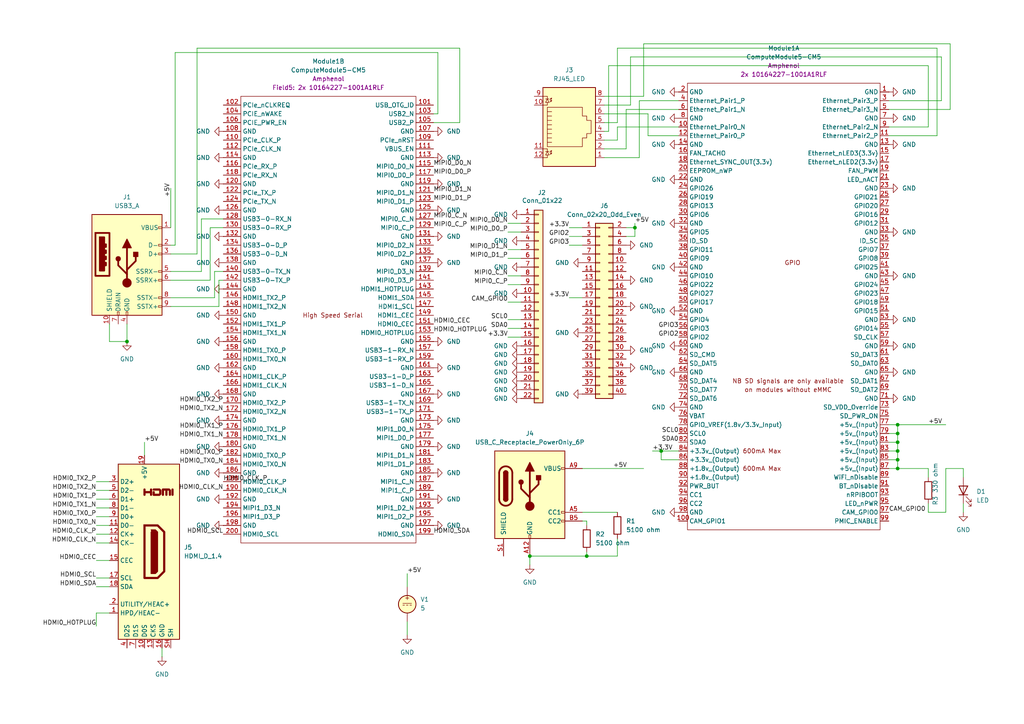
<source format=kicad_sch>
(kicad_sch (version 20250114) (generator "eeschema") (generator_version "9.0")
  (paper "A4")
  (title_block (title "RPi5 Circular Design") (date "2026-02-16") (rev "1") (company "Dussat Global Technologies") (comment 1 "Sargunjit Singh Bedi"))
  (lib_symbols
    (symbol "CM5IO:ComputeModule5-CM5"
      (property "Reference" "Module" (at 113.03 -68.58 0))
      (property "Value" "ComputeModule5-CM5" (at 140.97 2.54 0))
      (property "Field4" "Amphenol" (at 0 0 0))
      (property "Field5" "2x 10164227-1001A1RLF" (at 0 -2.54 0))
      (symbol "ComputeModule5-CM5_1_0"
        (text "GPIO" (at 0 6.35 0) (effects (font (size 1.27 1.27))))
      )
      (symbol "ComputeModule5-CM5_1_1"
        (text "600mA Max" (at -8.89 -48.26 0) (effects (font (size 1.27 1.27))))
        (text "600mA Max" (at -8.89 -53.34 0) (effects (font (size 1.27 1.27))))
        (text "NB SD signals are only available" (at -1.27 -27.94 0) (effects (font (size 1.27 1.27))))
        (text "on modules without eMMC" (at -1.27 -30.48 0) (effects (font (size 1.27 1.27))))
        (pin power_in line (at -33.02 55.88 0) (length 2.54) (name "GND") (number "2"))
        (pin passive line (at -33.02 53.34 0) (length 2.54) (name "Ethernet_Pair1_P") (number "4"))
        (pin passive line (at -33.02 50.8 0) (length 2.54) (name "Ethernet_Pair1_N") (number "6"))
        (pin power_in line (at -33.02 48.26 0) (length 2.54) (name "GND") (number "8"))
        (pin passive line (at -33.02 45.72 0) (length 2.54) (name "Ethernet_Pair0_N") (number "10"))
        (pin passive line (at -33.02 43.18 0) (length 2.54) (name "Ethernet_Pair0_P") (number "12"))
        (pin power_in line (at -33.02 40.64 0) (length 2.54) (name "GND") (number "14"))
        (pin input line (at -33.02 38.1 0) (length 2.54) (name "FAN_TACHO") (number "16"))
        (pin input line (at -33.02 35.56 0) (length 2.54) (name "Ethernet_SYNC_OUT(3.3v)") (number "18"))
        (pin passive line (at -33.02 33.02 0) (length 2.54) (name "EEPROM_nWP") (number "20"))
        (pin power_in line (at -33.02 30.48 0) (length 2.54) (name "GND") (number "22"))
        (pin passive line (at -33.02 27.94 0) (length 2.54) (name "GPIO26") (number "24"))
        (pin passive line (at -33.02 25.4 0) (length 2.54) (name "GPIO19") (number "26"))
        (pin passive line (at -33.02 22.86 0) (length 2.54) (name "GPIO13") (number "28"))
        (pin passive line (at -33.02 20.32 0) (length 2.54) (name "GPIO6") (number "30"))
        (pin power_in line (at -33.02 17.78 0) (length 2.54) (name "GND") (number "32"))
        (pin passive line (at -33.02 15.24 0) (length 2.54) (name "GPIO5") (number "34"))
        (pin passive line (at -33.02 12.7 0) (length 2.54) (name "ID_SD") (number "36"))
        (pin passive line (at -33.02 10.16 0) (length 2.54) (name "GPIO11") (number "38"))
        (pin passive line (at -33.02 7.62 0) (length 2.54) (name "GPIO9") (number "40"))
        (pin power_in line (at -33.02 5.08 0) (length 2.54) (name "GND") (number "42"))
        (pin passive line (at -33.02 2.54 0) (length 2.54) (name "GPIO10") (number "44"))
        (pin passive line (at -33.02 0 0) (length 2.54) (name "GPIO22") (number "46"))
        (pin passive line (at -33.02 -2.54 0) (length 2.54) (name "GPIO27") (number "48"))
        (pin passive line (at -33.02 -5.08 0) (length 2.54) (name "GPIO17") (number "50"))
        (pin power_in line (at -33.02 -7.62 0) (length 2.54) (name "GND") (number "52"))
        (pin passive line (at -33.02 -10.16 0) (length 2.54) (name "GPIO4") (number "54"))
        (pin passive line (at -33.02 -12.7 0) (length 2.54) (name "GPIO3") (number "56"))
        (pin passive line (at -33.02 -15.24 0) (length 2.54) (name "GPIO2") (number "58"))
        (pin power_in line (at -33.02 -17.78 0) (length 2.54) (name "GND") (number "60"))
        (pin passive line (at -33.02 -20.32 0) (length 2.54) (name "SD_CMD") (number "62"))
        (pin passive line (at -33.02 -22.86 0) (length 2.54) (name "SD_DAT5") (number "64"))
        (pin power_in line (at -33.02 -25.4 0) (length 2.54) (name "GND") (number "66"))
        (pin passive line (at -33.02 -27.94 0) (length 2.54) (name "SD_DAT4") (number "68"))
        (pin passive line (at -33.02 -30.48 0) (length 2.54) (name "SD_DAT7") (number "70"))
        (pin passive line (at -33.02 -33.02 0) (length 2.54) (name "SD_DAT6") (number "72"))
        (pin power_in line (at -33.02 -35.56 0) (length 2.54) (name "GND") (number "74"))
        (pin passive line (at -33.02 -38.1 0) (length 2.54) (name "VBAT") (number "76"))
        (pin power_in line (at -33.02 -40.64 0) (length 2.54) (name "GPIO_VREF(1.8v/3.3v_Input)") (number "78"))
        (pin passive line (at -33.02 -43.18 0) (length 2.54) (name "SCL0") (number "80"))
        (pin passive line (at -33.02 -45.72 0) (length 2.54) (name "SDA0") (number "82"))
        (pin power_out line (at -33.02 -48.26 0) (length 2.54) (name "+3.3v_(Output)") (number "84"))
        (pin passive line (at -33.02 -50.8 0) (length 2.54) (name "+3.3v_(Output)") (number "86"))
        (pin power_out line (at -33.02 -53.34 0) (length 2.54) (name "+1.8v_(Output)") (number "88"))
        (pin passive line (at -33.02 -55.88 0) (length 2.54) (name "+1.8v_(Output)") (number "90"))
        (pin passive line (at -33.02 -58.42 0) (length 2.54) (name "PWR_BUT") (number "92"))
        (pin passive line (at -33.02 -60.96 0) (length 2.54) (name "CC1") (number "94"))
        (pin passive line (at -33.02 -63.5 0) (length 2.54) (name "CC2") (number "96"))
        (pin power_in line (at -33.02 -66.04 0) (length 2.54) (name "GND") (number "98"))
        (pin passive line (at -33.02 -68.58 0) (length 2.54) (name "CAM_GPIO1") (number "100"))
        (pin power_in line (at 27.94 55.88 180) (length 2.54) (name "GND") (number "1"))
        (pin passive line (at 27.94 53.34 180) (length 2.54) (name "Ethernet_Pair3_P") (number "3"))
        (pin passive line (at 27.94 50.8 180) (length 2.54) (name "Ethernet_Pair3_N") (number "5"))
        (pin power_in line (at 27.94 48.26 180) (length 2.54) (name "GND") (number "7"))
        (pin passive line (at 27.94 45.72 180) (length 2.54) (name "Ethernet_Pair2_N") (number "9"))
        (pin passive line (at 27.94 43.18 180) (length 2.54) (name "Ethernet_Pair2_P") (number "11"))
        (pin power_in line (at 27.94 40.64 180) (length 2.54) (name "GND") (number "13"))
        (pin output line (at 27.94 38.1 180) (length 2.54) (name "Ethernet_nLED3(3.3v)") (number "15"))
        (pin output line (at 27.94 35.56 180) (length 2.54) (name "Ethernet_nLED2(3.3v)") (number "17"))
        (pin output line (at 27.94 33.02 180) (length 2.54) (name "FAN_PWM") (number "19"))
        (pin open_collector line (at 27.94 30.48 180) (length 2.54) (name "LED_nACT") (number "21"))
        (pin power_in line (at 27.94 27.94 180) (length 2.54) (name "GND") (number "23"))
        (pin passive line (at 27.94 25.4 180) (length 2.54) (name "GPIO21") (number "25"))
        (pin passive line (at 27.94 22.86 180) (length 2.54) (name "GPIO20") (number "27"))
        (pin passive line (at 27.94 20.32 180) (length 2.54) (name "GPIO16") (number "29"))
        (pin passive line (at 27.94 17.78 180) (length 2.54) (name "GPIO12") (number "31"))
        (pin power_in line (at 27.94 15.24 180) (length 2.54) (name "GND") (number "33"))
        (pin passive line (at 27.94 12.7 180) (length 2.54) (name "ID_SC") (number "35"))
        (pin passive line (at 27.94 10.16 180) (length 2.54) (name "GPIO7") (number "37"))
        (pin passive line (at 27.94 7.62 180) (length 2.54) (name "GPIO8") (number "39"))
        (pin passive line (at 27.94 5.08 180) (length 2.54) (name "GPIO25") (number "41"))
        (pin power_in line (at 27.94 2.54 180) (length 2.54) (name "GND") (number "43"))
        (pin passive line (at 27.94 0 180) (length 2.54) (name "GPIO24") (number "45"))
        (pin passive line (at 27.94 -2.54 180) (length 2.54) (name "GPIO23") (number "47"))
        (pin passive line (at 27.94 -5.08 180) (length 2.54) (name "GPIO18") (number "49"))
        (pin passive line (at 27.94 -7.62 180) (length 2.54) (name "GPIO15") (number "51"))
        (pin power_in line (at 27.94 -10.16 180) (length 2.54) (name "GND") (number "53"))
        (pin passive line (at 27.94 -12.7 180) (length 2.54) (name "GPIO14") (number "55"))
        (pin passive line (at 27.94 -15.24 180) (length 2.54) (name "SD_CLK") (number "57"))
        (pin power_in line (at 27.94 -17.78 180) (length 2.54) (name "GND") (number "59"))
        (pin passive line (at 27.94 -20.32 180) (length 2.54) (name "SD_DAT3") (number "61"))
        (pin passive line (at 27.94 -22.86 180) (length 2.54) (name "SD_DAT0") (number "63"))
        (pin power_in line (at 27.94 -25.4 180) (length 2.54) (name "GND") (number "65"))
        (pin passive line (at 27.94 -27.94 180) (length 2.54) (name "SD_DAT1") (number "67"))
        (pin passive line (at 27.94 -30.48 180) (length 2.54) (name "SD_DAT2") (number "69"))
        (pin power_in line (at 27.94 -33.02 180) (length 2.54) (name "GND") (number "71"))
        (pin input line (at 27.94 -35.56 180) (length 2.54) (name "SD_VDD_Override") (number "73"))
        (pin output line (at 27.94 -38.1 180) (length 2.54) (name "SD_PWR_ON") (number "75"))
        (pin power_in line (at 27.94 -40.64 180) (length 2.54) (name "+5v_(Input)") (number "77"))
        (pin power_in line (at 27.94 -43.18 180) (length 2.54) (name "+5v_(Input)") (number "79"))
        (pin power_in line (at 27.94 -45.72 180) (length 2.54) (name "+5v_(Input)") (number "81"))
        (pin power_in line (at 27.94 -48.26 180) (length 2.54) (name "+5v_(Input)") (number "83"))
        (pin power_in line (at 27.94 -50.8 180) (length 2.54) (name "+5v_(Input)") (number "85"))
        (pin power_in line (at 27.94 -53.34 180) (length 2.54) (name "+5v_(Input)") (number "87"))
        (pin input line (at 27.94 -55.88 180) (length 2.54) (name "WiFi_nDisable") (number "89"))
        (pin input line (at 27.94 -58.42 180) (length 2.54) (name "BT_nDisable") (number "91"))
        (pin input line (at 27.94 -60.96 180) (length 2.54) (name "nRPIBOOT") (number "93"))
        (pin output line (at 27.94 -63.5 180) (length 2.54) (name "LED_nPWR") (number "95"))
        (pin passive line (at 27.94 -66.04 180) (length 2.54) (name "CAM_GPIO0") (number "97"))
        (pin input line (at 27.94 -68.58 180) (length 2.54) (name "PMIC_ENABLE") (number "99"))
      )
      (symbol "ComputeModule5-CM5_2_1"
        (text "High Speed Serial" (at 140.97 0 0) (effects (font (size 1.27 1.27))))
        (pin input line (at 109.22 60.96 0) (length 5.08) (name "PCIe_nCLKREQ") (number "102"))
        (pin input line (at 109.22 58.42 0) (length 5.08) (name "PCIE_nWAKE") (number "104"))
        (pin output line (at 109.22 55.88 0) (length 5.08) (name "PCIE_PWR_EN") (number "106"))
        (pin power_in line (at 109.22 53.34 0) (length 5.08) (name "GND") (number "108"))
        (pin output line (at 109.22 50.8 0) (length 5.08) (name "PCIe_CLK_P") (number "110"))
        (pin output line (at 109.22 48.26 0) (length 5.08) (name "PCIe_CLK_N") (number "112"))
        (pin power_in line (at 109.22 45.72 0) (length 5.08) (name "GND") (number "114"))
        (pin input line (at 109.22 43.18 0) (length 5.08) (name "PCIe_RX_P") (number "116"))
        (pin input line (at 109.22 40.64 0) (length 5.08) (name "PCIe_RX_N") (number "118"))
        (pin power_in line (at 109.22 38.1 0) (length 5.08) (name "GND") (number "120"))
        (pin output line (at 109.22 35.56 0) (length 5.08) (name "PCIe_TX_P") (number "122"))
        (pin output line (at 109.22 33.02 0) (length 5.08) (name "PCIe_TX_N") (number "124"))
        (pin power_in line (at 109.22 30.48 0) (length 5.08) (name "GND") (number "126"))
        (pin input line (at 109.22 27.94 0) (length 5.08) (name "USB3-0-RX_N") (number "128"))
        (pin input line (at 109.22 25.4 0) (length 5.08) (name "USB3-0-RX_P") (number "130"))
        (pin power_in line (at 109.22 22.86 0) (length 5.08) (name "GND") (number "132"))
        (pin passive line (at 109.22 20.32 0) (length 5.08) (name "USB3-0-D_P") (number "134"))
        (pin passive line (at 109.22 17.78 0) (length 5.08) (name "USB3-0-D_N") (number "136"))
        (pin power_in line (at 109.22 15.24 0) (length 5.08) (name "GND") (number "138"))
        (pin output line (at 109.22 12.7 0) (length 5.08) (name "USB3-0-TX_N") (number "140"))
        (pin output line (at 109.22 10.16 0) (length 5.08) (name "USB3-0-TX_P") (number "142"))
        (pin power_in line (at 109.22 7.62 0) (length 5.08) (name "GND") (number "144"))
        (pin output line (at 109.22 5.08 0) (length 5.08) (name "HDMI1_TX2_P") (number "146"))
        (pin output line (at 109.22 2.54 0) (length 5.08) (name "HDMI1_TX2_N") (number "148"))
        (pin power_in line (at 109.22 0 0) (length 5.08) (name "GND") (number "150"))
        (pin output line (at 109.22 -2.54 0) (length 5.08) (name "HDMI1_TX1_P") (number "152"))
        (pin output line (at 109.22 -5.08 0) (length 5.08) (name "HDMI1_TX1_N") (number "154"))
        (pin power_in line (at 109.22 -7.62 0) (length 5.08) (name "GND") (number "156"))
        (pin output line (at 109.22 -10.16 0) (length 5.08) (name "HDMI1_TX0_P") (number "158"))
        (pin output line (at 109.22 -12.7 0) (length 5.08) (name "HDMI1_TX0_N") (number "160"))
        (pin power_in line (at 109.22 -15.24 0) (length 5.08) (name "GND") (number "162"))
        (pin output line (at 109.22 -17.78 0) (length 5.08) (name "HDMI1_CLK_P") (number "164"))
        (pin output line (at 109.22 -20.32 0) (length 5.08) (name "HDMI1_CLK_N") (number "166"))
        (pin power_in line (at 109.22 -22.86 0) (length 5.08) (name "GND") (number "168"))
        (pin output line (at 109.22 -25.4 0) (length 5.08) (name "HDMI0_TX2_P") (number "170"))
        (pin output line (at 109.22 -27.94 0) (length 5.08) (name "HDMI0_TX2_N") (number "172"))
        (pin power_in line (at 109.22 -30.48 0) (length 5.08) (name "GND") (number "174"))
        (pin output line (at 109.22 -33.02 0) (length 5.08) (name "HDMI0_TX1_P") (number "176"))
        (pin output line (at 109.22 -35.56 0) (length 5.08) (name "HDMI0_TX1_N") (number "178"))
        (pin power_in line (at 109.22 -38.1 0) (length 5.08) (name "GND") (number "180"))
        (pin output line (at 109.22 -40.64 0) (length 5.08) (name "HDMI0_TX0_P") (number "182"))
        (pin output line (at 109.22 -43.18 0) (length 5.08) (name "HDMI0_TX0_N") (number "184"))
        (pin power_in line (at 109.22 -45.72 0) (length 5.08) (name "GND") (number "186"))
        (pin output line (at 109.22 -48.26 0) (length 5.08) (name "HDMI0_CLK_P") (number "188"))
        (pin output line (at 109.22 -50.8 0) (length 5.08) (name "HDMI0_CLK_N") (number "190"))
        (pin power_in line (at 109.22 -53.34 0) (length 5.08) (name "GND") (number "192"))
        (pin output line (at 109.22 -55.88 0) (length 5.08) (name "MIPI1_D3_N") (number "194"))
        (pin output line (at 109.22 -58.42 0) (length 5.08) (name "MIPI1_D3_P") (number "196"))
        (pin power_in line (at 109.22 -60.96 0) (length 5.08) (name "GND") (number "198"))
        (pin open_collector line (at 109.22 -63.5 0) (length 5.08) (name "HDMI0_SCL") (number "200"))
        (pin input line (at 170.18 60.96 180) (length 5.08) (name "USB_OTG_ID") (number "101"))
        (pin passive line (at 170.18 58.42 180) (length 5.08) (name "USB2_N") (number "103"))
        (pin passive line (at 170.18 55.88 180) (length 5.08) (name "USB2_P") (number "105"))
        (pin power_in line (at 170.18 53.34 180) (length 5.08) (name "GND") (number "107"))
        (pin output line (at 170.18 50.8 180) (length 5.08) (name "PCIe_nRST") (number "109"))
        (pin output line (at 170.18 48.26 180) (length 5.08) (name "VBUS_EN") (number "111"))
        (pin power_in line (at 170.18 45.72 180) (length 5.08) (name "GND") (number "113"))
        (pin input line (at 170.18 43.18 180) (length 5.08) (name "MIPI0_D0_N") (number "115"))
        (pin input line (at 170.18 40.64 180) (length 5.08) (name "MIPI0_D0_P") (number "117"))
        (pin power_in line (at 170.18 38.1 180) (length 5.08) (name "GND") (number "119"))
        (pin input line (at 170.18 35.56 180) (length 5.08) (name "MIPI0_D1_N") (number "121"))
        (pin input line (at 170.18 33.02 180) (length 5.08) (name "MIPI0_D1_P") (number "123"))
        (pin power_in line (at 170.18 30.48 180) (length 5.08) (name "GND") (number "125"))
        (pin input line (at 170.18 27.94 180) (length 5.08) (name "MIPI0_C_N") (number "127"))
        (pin input line (at 170.18 25.4 180) (length 5.08) (name "MIPI0_C_P") (number "129"))
        (pin power_in line (at 170.18 22.86 180) (length 5.08) (name "GND") (number "131"))
        (pin input line (at 170.18 20.32 180) (length 5.08) (name "MIPI0_D2_N") (number "133"))
        (pin input line (at 170.18 17.78 180) (length 5.08) (name "MIPI0_D2_P") (number "135"))
        (pin power_in line (at 170.18 15.24 180) (length 5.08) (name "GND") (number "137"))
        (pin input line (at 170.18 12.7 180) (length 5.08) (name "MIPI0_D3_N") (number "139"))
        (pin input line (at 170.18 10.16 180) (length 5.08) (name "MIPI0_D3_P") (number "141"))
        (pin input line (at 170.18 7.62 180) (length 5.08) (name "HDMI1_HOTPLUG") (number "143"))
        (pin bidirectional line (at 170.18 5.08 180) (length 5.08) (name "HDMI1_SDA") (number "145"))
        (pin open_collector line (at 170.18 2.54 180) (length 5.08) (name "HDMI1_SCL") (number "147"))
        (pin open_collector line (at 170.18 0 180) (length 5.08) (name "HDMI1_CEC") (number "149"))
        (pin open_collector line (at 170.18 -2.54 180) (length 5.08) (name "HDMI0_CEC") (number "151"))
        (pin input line (at 170.18 -5.08 180) (length 5.08) (name "HDMI0_HOTPLUG") (number "153"))
        (pin power_in line (at 170.18 -7.62 180) (length 5.08) (name "GND") (number "155"))
        (pin input line (at 170.18 -10.16 180) (length 5.08) (name "USB3-1-RX_N") (number "157"))
        (pin input line (at 170.18 -12.7 180) (length 5.08) (name "USB3-1-RX_P") (number "159"))
        (pin power_in line (at 170.18 -15.24 180) (length 5.08) (name "GND") (number "161"))
        (pin passive line (at 170.18 -17.78 180) (length 5.08) (name "USB3-1-D_P") (number "163"))
        (pin passive line (at 170.18 -20.32 180) (length 5.08) (name "USB3-1-D_N") (number "165"))
        (pin power_in line (at 170.18 -22.86 180) (length 5.08) (name "GND") (number "167"))
        (pin output line (at 170.18 -25.4 180) (length 5.08) (name "USB3-1-TX_N") (number "169"))
        (pin output line (at 170.18 -27.94 180) (length 5.08) (name "USB3-1-TX_P") (number "171"))
        (pin power_in line (at 170.18 -30.48 180) (length 5.08) (name "GND") (number "173"))
        (pin output line (at 170.18 -33.02 180) (length 5.08) (name "MIPI1_D0_N") (number "175"))
        (pin output line (at 170.18 -35.56 180) (length 5.08) (name "MIPI1_D0_P") (number "177"))
        (pin power_in line (at 170.18 -38.1 180) (length 5.08) (name "GND") (number "179"))
        (pin output line (at 170.18 -40.64 180) (length 5.08) (name "MIPI1_D1_N") (number "181"))
        (pin output line (at 170.18 -43.18 180) (length 5.08) (name "MIPI1_D1_P") (number "183"))
        (pin power_in line (at 170.18 -45.72 180) (length 5.08) (name "GND") (number "185"))
        (pin output line (at 170.18 -48.26 180) (length 5.08) (name "MIPI1_C_N") (number "187"))
        (pin output line (at 170.18 -50.8 180) (length 5.08) (name "MIPI1_C_P") (number "189"))
        (pin power_in line (at 170.18 -53.34 180) (length 5.08) (name "GND") (number "191"))
        (pin output line (at 170.18 -55.88 180) (length 5.08) (name "MIPI1_D2_N") (number "193"))
        (pin output line (at 170.18 -58.42 180) (length 5.08) (name "MIPI1_D2_P") (number "195"))
        (pin power_in line (at 170.18 -60.96 180) (length 5.08) (name "GND") (number "197"))
        (pin bidirectional line (at 170.18 -63.5 180) (length 5.08) (name "HDMI0_SDA") (number "199"))
      )
    )
    (symbol "Connector:HDMI_D_1.4"
      (property "Reference" "J" (at -6.35 26.67 0))
      (property "Value" "HDMI_D_1.4" (at 10.16 26.67 0))
      (symbol "HDMI_D_1.4_1_1"
        (pin passive line (at -10.16 20.32 0) (length 2.54) (name "D2+") (number "3"))
        (pin passive line (at -10.16 17.78 0) (length 2.54) (name "D2-") (number "5"))
        (pin passive line (at -10.16 15.24 0) (length 2.54) (name "D1+") (number "6"))
        (pin passive line (at -10.16 12.7 0) (length 2.54) (name "D1-") (number "8"))
        (pin passive line (at -10.16 10.16 0) (length 2.54) (name "D0+") (number "9"))
        (pin passive line (at -10.16 7.62 0) (length 2.54) (name "D0-") (number "11"))
        (pin passive line (at -10.16 5.08 0) (length 2.54) (name "CK+") (number "12"))
        (pin passive line (at -10.16 2.54 0) (length 2.54) (name "CK-") (number "14"))
        (pin bidirectional line (at -10.16 -2.54 0) (length 2.54) (name "CEC") (number "15"))
        (pin passive line (at -10.16 -7.62 0) (length 2.54) (name "SCL") (number "17"))
        (pin bidirectional line (at -10.16 -10.16 0) (length 2.54) (name "SDA") (number "18"))
        (pin passive line (at -10.16 -15.24 0) (length 2.54) (name "UTILITY/HEAC+") (number "2"))
        (pin passive line (at -10.16 -17.78 0) (length 2.54) (name "HPD/HEAC-") (number "1"))
        (pin power_in line (at -5.08 -27.94 90) (length 2.54) (name "D2S") (number "4"))
        (pin power_in line (at -2.54 -27.94 90) (length 2.54) (name "D1S") (number "7"))
        (pin power_in line (at 0 27.94 270) (length 2.54) (name "+5V") (number "19"))
        (pin power_in line (at 0 -27.94 90) (length 2.54) (name "D0S") (number "10"))
        (pin power_in line (at 2.54 -27.94 90) (length 2.54) (name "CKS") (number "13"))
        (pin power_in line (at 5.08 -27.94 90) (length 2.54) (name "GND") (number "16"))
        (pin passive line (at 7.62 -27.94 90) (length 2.54) (name "SH") (number "SH"))
      )
    )
    (symbol "Connector:RJ45_LED" (pin_names (offset 1.016))
      (property "Reference" "J" (at -5.08 13.97 0))
      (property "Value" "RJ45_LED" (at 1.27 13.97 0))
      (symbol "RJ45_LED_1_1"
        (pin passive line (at -10.16 10.16 0) (length 2.54) (name "~") (number "9"))
        (pin passive line (at -10.16 7.62 0) (length 2.54) (name "~") (number "10"))
        (pin passive line (at -10.16 -5.08 0) (length 2.54) (name "~") (number "11"))
        (pin passive line (at -10.16 -7.62 0) (length 2.54) (name "~") (number "12"))
        (pin passive line (at 10.16 10.16 180) (length 2.54) (name "~") (number "8"))
        (pin passive line (at 10.16 7.62 180) (length 2.54) (name "~") (number "7"))
        (pin passive line (at 10.16 5.08 180) (length 2.54) (name "~") (number "6"))
        (pin passive line (at 10.16 2.54 180) (length 2.54) (name "~") (number "5"))
        (pin passive line (at 10.16 0 180) (length 2.54) (name "~") (number "4"))
        (pin passive line (at 10.16 -2.54 180) (length 2.54) (name "~") (number "3"))
        (pin passive line (at 10.16 -5.08 180) (length 2.54) (name "~") (number "2"))
        (pin passive line (at 10.16 -7.62 180) (length 2.54) (name "~") (number "1"))
      )
    )
    (symbol "Connector:USB3_A" (pin_names (offset 1.016))
      (property "Reference" "J" (at -10.16 15.24 0))
      (property "Value" "USB3_A" (at 10.16 15.24 0))
      (symbol "USB3_A_1_1"
        (pin passive line (at -5.08 -17.78 90) (length 2.54) (name "SHIELD") (number "10"))
        (pin passive line (at -2.54 -17.78 90) (length 2.54) (name "DRAIN") (number "7"))
        (pin power_in line (at 0 -17.78 90) (length 2.54) (name "GND") (number "4"))
        (pin power_in line (at 12.7 10.16 180) (length 2.54) (name "VBUS") (number "1"))
        (pin bidirectional line (at 12.7 5.08 180) (length 2.54) (name "D-") (number "2"))
        (pin bidirectional line (at 12.7 2.54 180) (length 2.54) (name "D+") (number "3"))
        (pin output line (at 12.7 -2.54 180) (length 2.54) (name "SSRX-") (number "5"))
        (pin output line (at 12.7 -5.08 180) (length 2.54) (name "SSRX+") (number "6"))
        (pin input line (at 12.7 -10.16 180) (length 2.54) (name "SSTX-") (number "8"))
        (pin input line (at 12.7 -12.7 180) (length 2.54) (name "SSTX+") (number "9"))
      )
    )
    (symbol "Connector:USB_C_Receptacle_PowerOnly_6P" (pin_names (offset 1.016))
      (property "Reference" "J" (at 0 16.51 0))
      (property "Value" "USB_C_Receptacle_PowerOnly_6P" (at 0 13.97 0))
      (symbol "USB_C_Receptacle_PowerOnly_6P_1_1"
        (pin passive line (at -7.62 -17.78 90) (length 5.08) (name "SHIELD") (number "S1"))
        (pin passive line (at 0 -17.78 90) (length 5.08) (name "GND") (number "A12"))
        (pin passive line (at 0 -17.78 90) (length 5.08) (hide yes) (name "GND") (number "B12"))
        (pin passive line (at 15.24 7.62 180) (length 5.08) (name "VBUS") (number "A9"))
        (pin passive line (at 15.24 7.62 180) (length 5.08) (hide yes) (name "VBUS") (number "B9"))
        (pin bidirectional line (at 15.24 -5.08 180) (length 5.08) (name "CC1") (number "A5"))
        (pin bidirectional line (at 15.24 -7.62 180) (length 5.08) (name "CC2") (number "B5"))
      )
    )
    (symbol "Connector_Generic:Conn_01x22" (pin_names (offset 1.016) (hide yes))
      (property "Reference" "J" (at 0 27.94 0))
      (property "Value" "Conn_01x22" (at 0 -30.48 0))
      (symbol "Conn_01x22_1_1"
        (pin passive line (at -5.08 25.4 0) (length 3.81) (name "Pin_1") (number "1"))
        (pin passive line (at -5.08 22.86 0) (length 3.81) (name "Pin_2") (number "2"))
        (pin passive line (at -5.08 20.32 0) (length 3.81) (name "Pin_3") (number "3"))
        (pin passive line (at -5.08 17.78 0) (length 3.81) (name "Pin_4") (number "4"))
        (pin passive line (at -5.08 15.24 0) (length 3.81) (name "Pin_5") (number "5"))
        (pin passive line (at -5.08 12.7 0) (length 3.81) (name "Pin_6") (number "6"))
        (pin passive line (at -5.08 10.16 0) (length 3.81) (name "Pin_7") (number "7"))
        (pin passive line (at -5.08 7.62 0) (length 3.81) (name "Pin_8") (number "8"))
        (pin passive line (at -5.08 5.08 0) (length 3.81) (name "Pin_9") (number "9"))
        (pin passive line (at -5.08 2.54 0) (length 3.81) (name "Pin_10") (number "10"))
        (pin passive line (at -5.08 0 0) (length 3.81) (name "Pin_11") (number "11"))
        (pin passive line (at -5.08 -2.54 0) (length 3.81) (name "Pin_12") (number "12"))
        (pin passive line (at -5.08 -5.08 0) (length 3.81) (name "Pin_13") (number "13"))
        (pin passive line (at -5.08 -7.62 0) (length 3.81) (name "Pin_14") (number "14"))
        (pin passive line (at -5.08 -10.16 0) (length 3.81) (name "Pin_15") (number "15"))
        (pin passive line (at -5.08 -12.7 0) (length 3.81) (name "Pin_16") (number "16"))
        (pin passive line (at -5.08 -15.24 0) (length 3.81) (name "Pin_17") (number "17"))
        (pin passive line (at -5.08 -17.78 0) (length 3.81) (name "Pin_18") (number "18"))
        (pin passive line (at -5.08 -20.32 0) (length 3.81) (name "Pin_19") (number "19"))
        (pin passive line (at -5.08 -22.86 0) (length 3.81) (name "Pin_20") (number "20"))
        (pin passive line (at -5.08 -25.4 0) (length 3.81) (name "Pin_21") (number "21"))
        (pin passive line (at -5.08 -27.94 0) (length 3.81) (name "Pin_22") (number "22"))
      )
    )
    (symbol "Connector_Generic:Conn_02x20_Odd_Even" (pin_names (offset 1.016) (hide yes))
      (property "Reference" "J" (at 1.27 25.4 0))
      (property "Value" "Conn_02x20_Odd_Even" (at 1.27 -27.94 0))
      (symbol "Conn_02x20_Odd_Even_1_1"
        (pin passive line (at -5.08 22.86 0) (length 3.81) (name "Pin_1") (number "1"))
        (pin passive line (at -5.08 20.32 0) (length 3.81) (name "Pin_3") (number "3"))
        (pin passive line (at -5.08 17.78 0) (length 3.81) (name "Pin_5") (number "5"))
        (pin passive line (at -5.08 15.24 0) (length 3.81) (name "Pin_7") (number "7"))
        (pin passive line (at -5.08 12.7 0) (length 3.81) (name "Pin_9") (number "9"))
        (pin passive line (at -5.08 10.16 0) (length 3.81) (name "Pin_11") (number "11"))
        (pin passive line (at -5.08 7.62 0) (length 3.81) (name "Pin_13") (number "13"))
        (pin passive line (at -5.08 5.08 0) (length 3.81) (name "Pin_15") (number "15"))
        (pin passive line (at -5.08 2.54 0) (length 3.81) (name "Pin_17") (number "17"))
        (pin passive line (at -5.08 0 0) (length 3.81) (name "Pin_19") (number "19"))
        (pin passive line (at -5.08 -2.54 0) (length 3.81) (name "Pin_21") (number "21"))
        (pin passive line (at -5.08 -5.08 0) (length 3.81) (name "Pin_23") (number "23"))
        (pin passive line (at -5.08 -7.62 0) (length 3.81) (name "Pin_25") (number "25"))
        (pin passive line (at -5.08 -10.16 0) (length 3.81) (name "Pin_27") (number "27"))
        (pin passive line (at -5.08 -12.7 0) (length 3.81) (name "Pin_29") (number "29"))
        (pin passive line (at -5.08 -15.24 0) (length 3.81) (name "Pin_31") (number "31"))
        (pin passive line (at -5.08 -17.78 0) (length 3.81) (name "Pin_33") (number "33"))
        (pin passive line (at -5.08 -20.32 0) (length 3.81) (name "Pin_35") (number "35"))
        (pin passive line (at -5.08 -22.86 0) (length 3.81) (name "Pin_37") (number "37"))
        (pin passive line (at -5.08 -25.4 0) (length 3.81) (name "Pin_39") (number "39"))
        (pin passive line (at 7.62 22.86 180) (length 3.81) (name "Pin_2") (number "2"))
        (pin passive line (at 7.62 20.32 180) (length 3.81) (name "Pin_4") (number "4"))
        (pin passive line (at 7.62 17.78 180) (length 3.81) (name "Pin_6") (number "6"))
        (pin passive line (at 7.62 15.24 180) (length 3.81) (name "Pin_8") (number "8"))
        (pin passive line (at 7.62 12.7 180) (length 3.81) (name "Pin_10") (number "10"))
        (pin passive line (at 7.62 10.16 180) (length 3.81) (name "Pin_12") (number "12"))
        (pin passive line (at 7.62 7.62 180) (length 3.81) (name "Pin_14") (number "14"))
        (pin passive line (at 7.62 5.08 180) (length 3.81) (name "Pin_16") (number "16"))
        (pin passive line (at 7.62 2.54 180) (length 3.81) (name "Pin_18") (number "18"))
        (pin passive line (at 7.62 0 180) (length 3.81) (name "Pin_20") (number "20"))
        (pin passive line (at 7.62 -2.54 180) (length 3.81) (name "Pin_22") (number "22"))
        (pin passive line (at 7.62 -5.08 180) (length 3.81) (name "Pin_24") (number "24"))
        (pin passive line (at 7.62 -7.62 180) (length 3.81) (name "Pin_26") (number "26"))
        (pin passive line (at 7.62 -10.16 180) (length 3.81) (name "Pin_28") (number "28"))
        (pin passive line (at 7.62 -12.7 180) (length 3.81) (name "Pin_30") (number "30"))
        (pin passive line (at 7.62 -15.24 180) (length 3.81) (name "Pin_32") (number "32"))
        (pin passive line (at 7.62 -17.78 180) (length 3.81) (name "Pin_34") (number "34"))
        (pin passive line (at 7.62 -20.32 180) (length 3.81) (name "Pin_36") (number "36"))
        (pin passive line (at 7.62 -22.86 180) (length 3.81) (name "Pin_38") (number "38"))
        (pin passive line (at 7.62 -25.4 180) (length 3.81) (name "Pin_40") (number "40"))
      )
    )
    (symbol "Device:LED" (pin_numbers (hide yes)) (pin_names (offset 1.016) (hide yes))
      (property "Reference" "D" (at 0 2.54 0))
      (property "Value" "LED" (at 0 -2.54 0))
      (symbol "LED_1_1"
        (pin passive line (at -3.81 0 0) (length 2.54) (name "K") (number "1"))
        (pin passive line (at 3.81 0 180) (length 2.54) (name "A") (number "2"))
      )
    )
    (symbol "Device:R" (pin_numbers (hide yes)) (pin_names (offset 0))
      (property "Reference" "R" (at 2.032 0 90))
      (property "Value" "R" (at 0 0 90))
      (symbol "R_1_1"
        (pin passive line (at 0 3.81 270) (length 1.27) (name "~") (number "1"))
        (pin passive line (at 0 -3.81 90) (length 1.27) (name "~") (number "2"))
      )
    )
    (symbol "Simulation_SPICE:VDC" (pin_numbers (hide yes)) (pin_names (offset 0.0254))
      (property "Reference" "V" (at 2.54 2.54 0))
      (property "Value" "1" (at 2.54 0 0))
      (symbol "VDC_0_0"
        (text "+" (at 0 1.905 0) (effects (font (size 1.27 1.27))))
      )
      (symbol "VDC_1_1"
        (pin passive line (at 0 5.08 270) (length 2.54) (name "~") (number "1"))
        (pin passive line (at 0 -5.08 90) (length 2.54) (name "~") (number "2"))
      )
    )
    (symbol "power:GND" (power) (pin_numbers (hide yes)) (pin_names (offset 0) (hide yes))
      (property "Value" "GND" (at 0 -3.81 0))
      (symbol "GND_1_1"
        (pin power_in line (at 0 0 270) (length 0) (name "~") (number "1"))
      )
    )
  )
  (junction (at 260.35 130.81))
  (junction (at 191.77 130.81))
  (junction (at 170.18 161.29))
  (junction (at 260.35 125.73))
  (junction (at 260.35 133.35))
  (junction (at 260.35 123.19))
  (junction (at 153.67 161.29))
  (junction (at 260.35 135.89))
  (junction (at 184.15 66.04))
  (junction (at 36.83 99.06))
  (junction (at 260.35 128.27))
  (wire (pts (xy 260.35 130.81) (xy 260.35 128.27)))
  (wire (pts (xy 260.35 128.27) (xy 260.35 125.73)))
  (wire (pts (xy 41.91 128.27) (xy 41.91 132.08)))
  (wire (pts (xy 181.61 68.58) (xy 184.15 68.58)))
  (wire (pts (xy 27.94 154.94) (xy 31.75 154.94)))
  (wire (pts (xy 271.78 39.37) (xy 257.81 39.37)))
  (wire (pts (xy 60.96 66.04) (xy 60.96 81.28)))
  (wire (pts (xy 50.8 71.12) (xy 50.8 15.24)))
  (wire (pts (xy 175.26 40.64) (xy 179.07 40.64)))
  (wire (pts (xy 58.42 63.5) (xy 58.42 78.74)))
  (wire (pts (xy 175.26 38.1) (xy 176.53 38.1)))
  (wire (pts (xy 147.32 97.79) (xy 151.13 97.79)))
  (wire (pts (xy 257.81 125.73) (xy 260.35 125.73)))
  (wire (pts (xy 170.18 161.29) (xy 179.07 161.29)))
  (wire (pts (xy 31.75 93.98) (xy 31.75 99.06)))
  (wire (pts (xy 58.42 78.74) (xy 49.53 78.74)))
  (wire (pts (xy 191.77 130.81) (xy 191.77 133.35)))
  (wire (pts (xy 179.07 36.83) (xy 196.85 36.83)))
  (wire (pts (xy 275.59 31.75) (xy 257.81 31.75)))
  (wire (pts (xy 179.07 35.56) (xy 179.07 13.97)))
  (wire (pts (xy 274.32 148.59) (xy 274.32 135.89)))
  (wire (pts (xy 257.81 135.89) (xy 260.35 135.89)))
  (wire (pts (xy 273.05 16.51) (xy 273.05 29.21)))
  (wire (pts (xy 170.18 161.29) (xy 153.67 161.29)))
  (wire (pts (xy 49.53 71.12) (xy 50.8 71.12)))
  (wire (pts (xy 147.32 67.31) (xy 151.13 67.31)))
  (wire (pts (xy 127 15.24) (xy 127 33.02)))
  (wire (pts (xy 257.81 128.27) (xy 260.35 128.27)))
  (wire (pts (xy 257.81 130.81) (xy 260.35 130.81)))
  (wire (pts (xy 27.94 147.32) (xy 31.75 147.32)))
  (wire (pts (xy 185.42 45.72) (xy 185.42 29.21)))
  (wire (pts (xy 257.81 133.35) (xy 260.35 133.35)))
  (wire (pts (xy 147.32 82.55) (xy 151.13 82.55)))
  (wire (pts (xy 27.94 162.56) (xy 31.75 162.56)))
  (wire (pts (xy 27.94 149.86) (xy 31.75 149.86)))
  (wire (pts (xy 269.24 19.05) (xy 269.24 36.83)))
  (wire (pts (xy 147.32 87.63) (xy 151.13 87.63)))
  (wire (pts (xy 196.85 133.35) (xy 191.77 133.35)))
  (wire (pts (xy 187.96 39.37) (xy 196.85 39.37)))
  (wire (pts (xy 127 33.02) (xy 125.73 33.02)))
  (wire (pts (xy 175.26 35.56) (xy 179.07 35.56)))
  (wire (pts (xy 62.23 78.74) (xy 64.77 78.74)))
  (wire (pts (xy 118.11 180.34) (xy 118.11 184.15)))
  (wire (pts (xy 176.53 19.05) (xy 269.24 19.05)))
  (wire (pts (xy 49.53 73.66) (xy 57.15 73.66)))
  (wire (pts (xy 170.18 151.13) (xy 168.91 151.13)))
  (wire (pts (xy 175.26 27.94) (xy 186.69 27.94)))
  (wire (pts (xy 260.35 123.19) (xy 274.32 123.19)))
  (wire (pts (xy 175.26 45.72) (xy 185.42 45.72)))
  (wire (pts (xy 27.94 177.8) (xy 27.94 181.61)))
  (wire (pts (xy 181.61 66.04) (xy 184.15 66.04)))
  (wire (pts (xy 186.69 27.94) (xy 186.69 12.7)))
  (wire (pts (xy 27.94 157.48) (xy 31.75 157.48)))
  (wire (pts (xy 191.77 130.81) (xy 196.85 130.81)))
  (wire (pts (xy 168.91 135.89) (xy 186.69 135.89)))
  (wire (pts (xy 275.59 12.7) (xy 275.59 31.75)))
  (wire (pts (xy 179.07 40.64) (xy 179.07 36.83)))
  (wire (pts (xy 125.73 35.56) (xy 133.35 35.56)))
  (wire (pts (xy 269.24 146.05) (xy 269.24 148.59)))
  (wire (pts (xy 269.24 36.83) (xy 257.81 36.83)))
  (wire (pts (xy 118.11 166.37) (xy 118.11 170.18)))
  (wire (pts (xy 260.35 135.89) (xy 269.24 135.89)))
  (wire (pts (xy 27.94 167.64) (xy 31.75 167.64)))
  (wire (pts (xy 165.1 68.58) (xy 168.91 68.58)))
  (wire (pts (xy 260.35 133.35) (xy 260.35 130.81)))
  (wire (pts (xy 184.15 66.04) (xy 184.15 68.58)))
  (wire (pts (xy 147.32 74.93) (xy 151.13 74.93)))
  (wire (pts (xy 147.32 72.39) (xy 151.13 72.39)))
  (wire (pts (xy 182.88 16.51) (xy 273.05 16.51)))
  (wire (pts (xy 279.4 135.89) (xy 279.4 138.43)))
  (wire (pts (xy 27.94 170.18) (xy 31.75 170.18)))
  (wire (pts (xy 182.88 30.48) (xy 182.88 16.51)))
  (wire (pts (xy 153.67 161.29) (xy 153.67 163.83)))
  (wire (pts (xy 179.07 13.97) (xy 271.78 13.97)))
  (wire (pts (xy 186.69 12.7) (xy 275.59 12.7)))
  (wire (pts (xy 27.94 144.78) (xy 31.75 144.78)))
  (wire (pts (xy 165.1 71.12) (xy 168.91 71.12)))
  (wire (pts (xy 170.18 160.02) (xy 170.18 161.29)))
  (wire (pts (xy 176.53 38.1) (xy 176.53 19.05)))
  (wire (pts (xy 63.5 81.28) (xy 63.5 88.9)))
  (wire (pts (xy 31.75 99.06) (xy 36.83 99.06)))
  (wire (pts (xy 133.35 13.97) (xy 133.35 35.56)))
  (wire (pts (xy 165.1 66.04) (xy 168.91 66.04)))
  (wire (pts (xy 187.96 33.02) (xy 187.96 39.37)))
  (wire (pts (xy 63.5 88.9) (xy 49.53 88.9)))
  (wire (pts (xy 64.77 81.28) (xy 63.5 81.28)))
  (wire (pts (xy 36.83 93.98) (xy 36.83 99.06)))
  (wire (pts (xy 260.35 125.73) (xy 260.35 123.19)))
  (wire (pts (xy 260.35 135.89) (xy 260.35 133.35)))
  (wire (pts (xy 273.05 29.21) (xy 257.81 29.21)))
  (wire (pts (xy 175.26 43.18) (xy 181.61 43.18)))
  (wire (pts (xy 147.32 95.25) (xy 151.13 95.25)))
  (wire (pts (xy 27.94 177.8) (xy 31.75 177.8)))
  (wire (pts (xy 184.15 64.77) (xy 184.15 66.04)))
  (wire (pts (xy 257.81 123.19) (xy 260.35 123.19)))
  (wire (pts (xy 279.4 146.05) (xy 279.4 148.59)))
  (wire (pts (xy 274.32 135.89) (xy 279.4 135.89)))
  (wire (pts (xy 179.07 156.21) (xy 179.07 161.29)))
  (wire (pts (xy 189.23 130.81) (xy 191.77 130.81)))
  (wire (pts (xy 147.32 64.77) (xy 151.13 64.77)))
  (wire (pts (xy 60.96 81.28) (xy 49.53 81.28)))
  (wire (pts (xy 185.42 29.21) (xy 196.85 29.21)))
  (wire (pts (xy 168.91 148.59) (xy 179.07 148.59)))
  (wire (pts (xy 181.61 43.18) (xy 181.61 31.75)))
  (wire (pts (xy 147.32 92.71) (xy 151.13 92.71)))
  (wire (pts (xy 50.8 15.24) (xy 127 15.24)))
  (wire (pts (xy 170.18 151.13) (xy 170.18 152.4)))
  (wire (pts (xy 49.53 86.36) (xy 62.23 86.36)))
  (wire (pts (xy 181.61 31.75) (xy 196.85 31.75)))
  (wire (pts (xy 27.94 139.7) (xy 31.75 139.7)))
  (wire (pts (xy 62.23 86.36) (xy 62.23 78.74)))
  (wire (pts (xy 64.77 66.04) (xy 60.96 66.04)))
  (wire (pts (xy 57.15 73.66) (xy 57.15 13.97)))
  (wire (pts (xy 175.26 33.02) (xy 187.96 33.02)))
  (wire (pts (xy 165.1 86.36) (xy 168.91 86.36)))
  (wire (pts (xy 147.32 80.01) (xy 151.13 80.01)))
  (wire (pts (xy 175.26 30.48) (xy 182.88 30.48)))
  (wire (pts (xy 64.77 63.5) (xy 58.42 63.5)))
  (wire (pts (xy 57.15 13.97) (xy 133.35 13.97)))
  (wire (pts (xy 46.99 187.96) (xy 46.99 190.5)))
  (wire (pts (xy 269.24 135.89) (xy 269.24 138.43)))
  (wire (pts (xy 27.94 152.4) (xy 31.75 152.4)))
  (wire (pts (xy 271.78 13.97) (xy 271.78 39.37)))
  (wire (pts (xy 27.94 142.24) (xy 31.75 142.24)))
  (wire (pts (xy 269.24 148.59) (xy 274.32 148.59)))
  (wire (pts (xy 49.53 54.61) (xy 49.53 66.04)))
  (label "+5V" (at 269.24 123.19 0))
  (label "SCL0" (at 147.32 92.71 180))
  (label "HDMI0_TX2_N" (at 27.94 142.24 180))
  (label "HDMI0_CEC" (at 125.73 93.98 0))
  (label "GPIO3" (at 196.85 95.25 180))
  (label "HDMI0_SCL" (at 64.77 154.94 180))
  (label "HDMI0_TX0_P" (at 64.77 132.08 180))
  (label "HDMI0_TX2_P" (at 64.77 116.84 180))
  (label "HDMI0_SDA" (at 27.94 170.18 180))
  (label "+5V" (at 184.15 64.77 0))
  (label "+5V" (at 177.8 135.89 0))
  (label "MIPI0_D1_N" (at 125.73 55.88 0))
  (label "+3.3V" (at 165.1 66.04 180))
  (label "CAM_GPIO0" (at 257.81 148.59 0))
  (label "HDMI0_TX1_N" (at 64.77 127 180))
  (label "HDMI0_CEC" (at 27.94 162.56 180))
  (label "+5V" (at 118.11 166.37 0))
  (label "SCL0" (at 196.85 125.73 180))
  (label "HDMI0_SDA" (at 125.73 154.94 0))
  (label "MIPI0_D0_N" (at 147.32 64.77 180))
  (label "HDMI0_CLK_N" (at 27.94 157.48 180))
  (label "HDMI0_HOTPLUG" (at 125.73 96.52 0))
  (label "SDA0" (at 196.85 128.27 180))
  (label "MIPI0_D1_N" (at 147.32 72.39 180))
  (label "+5V" (at 41.91 128.27 0))
  (label "MIPI0_D1_P" (at 125.73 58.42 0))
  (label "+3.3V" (at 189.23 130.81 0))
  (label "MIPI0_C_N" (at 147.32 80.01 180))
  (label "MIPI0_C_N" (at 125.73 63.5 0))
  (label "HDMI0_HOTPLUG" (at 27.94 181.61 180))
  (label "CAM_GPIO0" (at 147.32 87.63 180))
  (label "HDMI0_TX0_P" (at 27.94 149.86 180))
  (label "HDMI0_TX0_N" (at 64.77 134.62 180))
  (label "SDA0" (at 147.32 95.25 180))
  (label "MIPI0_D0_N" (at 125.73 48.26 0))
  (label "HDMI0_CLK_N" (at 64.77 142.24 180))
  (label "HDMI0_TX1_P" (at 27.94 144.78 180))
  (label "HDMI0_SCL" (at 27.94 167.64 180))
  (label "MIPI0_C_P" (at 147.32 82.55 180))
  (label "GPIO2" (at 196.85 97.79 180))
  (label "+3.3V" (at 165.1 86.36 180))
  (label "HDMI0_TX2_P" (at 27.94 139.7 180))
  (label "HDMI0_TX1_N" (at 27.94 147.32 180))
  (label "HDMI0_CLK_P" (at 27.94 154.94 180))
  (label "HDMI0_CLK_P" (at 64.77 139.7 0))
  (label "GPIO2" (at 165.1 68.58 180))
  (label "HDMI0_TX1_P" (at 64.77 124.46 180))
  (label "MIPI0_D0_P" (at 147.32 67.31 180))
  (label "MIPI0_D0_P" (at 125.73 50.8 0))
  (label "MIPI0_D1_P" (at 147.32 74.93 180))
  (label "MIPI0_C_P" (at 125.73 66.04 0))
  (label "+5V" (at 49.53 57.15 90))
  (label "GPIO3" (at 165.1 71.12 180))
  (label "HDMI0_TX0_N" (at 27.94 152.4 180))
  (label "HDMI0_TX2_N" (at 64.77 119.38 180))
  (label "+3.3V" (at 147.32 97.79 180))
  (symbol (lib_id "power:GND") (at 196.85 90.17 270) (unit 1)
    (property "Reference" "#PWR016" (effects (hide yes)))
    (property "Value" "GND" (at 193.04 90.1699 90) (effects (justify right)))
    (property "Description" "Power symbol creates a global label with name \"GND\" , ground" (effects (hide yes)))
  )
  (symbol (lib_id "power:GND") (at 196.85 64.77 270) (unit 1)
    (property "Reference" "#PWR018" (effects (hide yes)))
    (property "Value" "GND" (at 193.04 64.7699 90) (effects (justify right)))
    (property "Description" "Power symbol creates a global label with name \"GND\" , ground" (effects (hide yes)))
  )
  (symbol (lib_id "power:GND") (at 125.73 106.68 90) (unit 1)
    (property "Reference" "#PWR051" (effects (hide yes)))
    (property "Value" "GND" (at 129.54 106.6799 90) (effects (justify right)))
    (property "Description" "Power symbol creates a global label with name \"GND\" , ground" (effects (hide yes)))
  )
  (symbol (lib_id "Simulation_SPICE:VDC") (at 118.11 175.26 0) (unit 1)
    (property "Reference" "V1" (at 121.92 173.8601 0) (effects (justify left)))
    (property "Value" "5" (at 121.92 176.4001 0) (effects (justify left)))
    (property "Datasheet" "https://ngspice.sourceforge.io/docs/ngspice-html-manual/manual.xhtml#sec_Independent_Sources_for" (effects (hide yes)))
    (property "Description" "Voltage source, DC" (effects (hide yes)))
    (property "Sim.Pins" "1=+ 2=-" (effects (hide yes)))
    (property "Sim.Type" "DC" (effects (hide yes)))
    (property "Sim.Device" "V" (effects (hide yes)))
  )
  (symbol (lib_id "power:GND") (at 64.77 121.92 270) (unit 1)
    (property "Reference" "#PWR069" (effects (hide yes)))
    (property "Value" "GND" (at 60.96 121.9199 90) (effects (justify right)))
    (property "Description" "Power symbol creates a global label with name \"GND\" , ground" (effects (hide yes)))
  )
  (symbol (lib_id "power:GND") (at 257.81 100.33 90) (unit 1)
    (property "Reference" "#PWR09" (effects (hide yes)))
    (property "Value" "GND" (at 261.62 100.3299 90) (effects (justify right)))
    (property "Description" "Power symbol creates a global label with name \"GND\" , ground" (effects (hide yes)))
  )
  (symbol (lib_id "power:GND") (at 257.81 115.57 90) (unit 1)
    (property "Reference" "#PWR011" (effects (hide yes)))
    (property "Value" "GND" (at 261.62 115.5699 90) (effects (justify right)))
    (property "Description" "Power symbol creates a global label with name \"GND\" , ground" (effects (hide yes)))
  )
  (symbol (lib_id "power:GND") (at 181.61 81.28 90) (unit 1)
    (property "Reference" "#PWR038" (effects (hide yes)))
    (property "Value" "GND" (at 185.42 81.2799 90) (effects (justify right)))
    (property "Description" "Power symbol creates a global label with name \"GND\" , ground" (effects (hide yes)))
  )
  (symbol (lib_id "power:GND") (at 196.85 100.33 270) (unit 1)
    (property "Reference" "#PWR014" (effects (hide yes)))
    (property "Value" "GND" (at 193.04 100.3299 90) (effects (justify right)))
    (property "Description" "Power symbol creates a global label with name \"GND\" , ground" (effects (hide yes)))
  )
  (symbol (lib_id "power:GND") (at 196.85 148.59 270) (unit 1)
    (property "Reference" "#PWR012" (effects (hide yes)))
    (property "Value" "GND" (at 193.04 148.5899 90) (effects (justify right)))
    (property "Description" "Power symbol creates a global label with name \"GND\" , ground" (effects (hide yes)))
  )
  (symbol (lib_id "power:GND") (at 151.13 85.09 270) (unit 1)
    (property "Reference" "#PWR027" (effects (hide yes)))
    (property "Value" "GND" (at 147.32 85.0899 90) (effects (justify right)))
    (property "Description" "Power symbol creates a global label with name \"GND\" , ground" (effects (hide yes)))
  )
  (symbol (lib_id "power:GND") (at 196.85 26.67 270) (unit 1)
    (property "Reference" "#PWR022" (effects (hide yes)))
    (property "Value" "GND" (at 193.04 26.6699 90) (effects (justify right)))
    (property "Description" "Power symbol creates a global label with name \"GND\" , ground" (effects (hide yes)))
  )
  (symbol (lib_id "power:GND") (at 257.81 26.67 90) (unit 1)
    (property "Reference" "#PWR02" (effects (hide yes)))
    (property "Value" "GND" (at 261.62 26.6699 90) (effects (justify right)))
    (property "Description" "Power symbol creates a global label with name \"GND\" , ground" (effects (hide yes)))
  )
  (symbol (lib_id "Connector:USB_C_Receptacle_PowerOnly_6P") (at 153.67 143.51 0) (unit 1) (exclude_from_sim yes)
    (property "Reference" "J4" (at 153.67 125.73 0))
    (property "Value" "USB_C_Receptacle_PowerOnly_6P" (at 153.67 128.27 0))
    (property "Footprint" "Connector_USB:USB_C_Receptacle_G-Switch_GT-USB-7051x" (effects (hide yes)))
    (property "Datasheet" "https://www.usb.org/sites/default/files/documents/usb_type-c.zip" (effects (hide yes)))
    (property "Description" "USB Power-Only 6P Type-C Receptacle connector" (effects (hide yes)))
  )
  (symbol (lib_id "power:GND") (at 151.13 62.23 270) (unit 1)
    (property "Reference" "#PWR024" (effects (hide yes)))
    (property "Value" "GND" (at 147.32 62.2299 90) (effects (justify right)))
    (property "Description" "Power symbol creates a global label with name \"GND\" , ground" (effects (hide yes)))
  )
  (symbol (lib_id "power:GND") (at 36.83 99.06 0) (unit 1)
    (property "Reference" "#PWR023" (effects (hide yes)))
    (property "Value" "GND" (at 36.83 104.14 0))
    (property "Description" "Power symbol creates a global label with name \"GND\" , ground" (effects (hide yes)))
  )
  (symbol (lib_id "power:GND") (at 257.81 67.31 90) (unit 1)
    (property "Reference" "#PWR06" (effects (hide yes)))
    (property "Value" "GND" (at 261.62 67.3099 90) (effects (justify right)))
    (property "Description" "Power symbol creates a global label with name \"GND\" , ground" (effects (hide yes)))
  )
  (symbol (lib_id "power:GND") (at 196.85 107.95 270) (unit 1)
    (property "Reference" "#PWR015" (effects (hide yes)))
    (property "Value" "GND" (at 193.04 107.9499 90) (effects (justify right)))
    (property "Description" "Power symbol creates a global label with name \"GND\" , ground" (effects (hide yes)))
  )
  (symbol (lib_id "power:GND") (at 125.73 121.92 90) (unit 1)
    (property "Reference" "#PWR053" (effects (hide yes)))
    (property "Value" "GND" (at 129.54 121.9199 90) (effects (justify right)))
    (property "Description" "Power symbol creates a global label with name \"GND\" , ground" (effects (hide yes)))
  )
  (symbol (lib_id "Connector:USB3_A") (at 36.83 76.2 0) (unit 1) (exclude_from_sim yes)
    (property "Reference" "J1" (at 36.83 57.15 0))
    (property "Value" "USB3_A" (at 36.83 59.69 0))
    (property "Footprint" "Connector_USB:USB_A_Molex_105057_Vertical" (effects (hide yes)))
    (property "Description" "USB 3.0 A connector" (effects (hide yes)))
  )
  (symbol (lib_id "power:GND") (at 151.13 69.85 270) (unit 1)
    (property "Reference" "#PWR025" (effects (hide yes)))
    (property "Value" "GND" (at 147.32 69.8499 90) (effects (justify right)))
    (property "Description" "Power symbol creates a global label with name \"GND\" , ground" (effects (hide yes)))
  )
  (symbol (lib_id "power:GND") (at 151.13 110.49 270) (unit 1)
    (property "Reference" "#PWR032" (effects (hide yes)))
    (property "Value" "GND" (at 147.32 110.4899 90) (effects (justify right)))
    (property "Description" "Power symbol creates a global label with name \"GND\" , ground" (effects (hide yes)))
  )
  (symbol (lib_id "power:GND") (at 151.13 100.33 270) (unit 1)
    (property "Reference" "#PWR028" (effects (hide yes)))
    (property "Value" "GND" (at 147.32 100.3299 90) (effects (justify right)))
    (property "Description" "Power symbol creates a global label with name \"GND\" , ground" (effects (hide yes)))
  )
  (symbol (lib_id "power:GND") (at 64.77 144.78 270) (unit 1)
    (property "Reference" "#PWR072" (effects (hide yes)))
    (property "Value" "GND" (at 60.96 144.7799 90) (effects (justify right)))
    (property "Description" "Power symbol creates a global label with name \"GND\" , ground" (effects (hide yes)))
  )
  (symbol (lib_id "power:GND") (at 257.81 92.71 90) (unit 1)
    (property "Reference" "#PWR08" (effects (hide yes)))
    (property "Value" "GND" (at 261.62 92.7099 90) (effects (justify right)))
    (property "Description" "Power symbol creates a global label with name \"GND\" , ground" (effects (hide yes)))
  )
  (symbol (lib_id "power:GND") (at 257.81 54.61 90) (unit 1)
    (property "Reference" "#PWR05" (effects (hide yes)))
    (property "Value" "GND" (at 261.62 54.6099 90) (effects (justify right)))
    (property "Description" "Power symbol creates a global label with name \"GND\" , ground" (effects (hide yes)))
  )
  (symbol (lib_id "power:GND") (at 181.61 106.68 90) (unit 1)
    (property "Reference" "#PWR042" (effects (hide yes)))
    (property "Value" "GND" (at 185.42 106.6799 90) (effects (justify right)))
    (property "Description" "Power symbol creates a global label with name \"GND\" , ground" (effects (hide yes)))
  )
  (symbol (lib_id "Device:LED") (at 279.4 142.24 90) (unit 1)
    (property "Reference" "D1" (at 283.21 142.5574 90) (effects (justify right)))
    (property "Value" "LED" (at 283.21 145.0974 90) (effects (justify right)))
    (property "Footprint" "LED_SMD:LED_0603_1608Metric" (effects (hide yes)))
    (property "Description" "Light emitting diode" (effects (hide yes)))
    (property "Sim.Pins" "1=A 2=K" (effects (hide yes)))
    (property "Sim.Device" "D" (effects (hide yes)))
  )
  (symbol (lib_id "power:GND") (at 151.13 115.57 270) (unit 1)
    (property "Reference" "#PWR034" (effects (hide yes)))
    (property "Value" "GND" (at 147.32 115.5699 90) (effects (justify right)))
    (property "Description" "Power symbol creates a global label with name \"GND\" , ground" (effects (hide yes)))
  )
  (symbol (lib_id "power:GND") (at 196.85 41.91 270) (unit 1)
    (property "Reference" "#PWR020" (effects (hide yes)))
    (property "Value" "GND" (at 193.04 41.9099 90) (effects (justify right)))
    (property "Description" "Power symbol creates a global label with name \"GND\" , ground" (effects (hide yes)))
  )
  (symbol (lib_id "power:GND") (at 196.85 34.29 270) (unit 1)
    (property "Reference" "#PWR021" (effects (hide yes)))
    (property "Value" "GND" (at 193.04 34.2899 90) (effects (justify right)))
    (property "Description" "Power symbol creates a global label with name \"GND\" , ground" (effects (hide yes)))
  )
  (symbol (lib_id "Device:R") (at 179.07 152.4 0) (unit 1)
    (property "Reference" "R1" (at 181.61 151.1299 0) (effects (justify left)))
    (property "Value" "5100 ohm" (at 181.61 153.6699 0) (effects (justify left)))
    (property "Footprint" "Resistor_SMD:R_0805_2012Metric" (effects (hide yes)))
    (property "Description" "Resistor" (effects (hide yes)))
  )
  (symbol (lib_id "power:GND") (at 125.73 152.4 90) (unit 1)
    (property "Reference" "#PWR057" (effects (hide yes)))
    (property "Value" "GND" (at 129.54 152.3999 90) (effects (justify right)))
    (property "Description" "Power symbol creates a global label with name \"GND\" , ground" (effects (hide yes)))
  )
  (symbol (lib_id "power:GND") (at 64.77 76.2 270) (unit 1)
    (property "Reference" "#PWR063" (effects (hide yes)))
    (property "Value" "GND" (at 60.96 76.1999 90) (effects (justify right)))
    (property "Description" "Power symbol creates a global label with name \"GND\" , ground" (effects (hide yes)))
  )
  (symbol (lib_id "power:GND") (at 181.61 101.6 90) (unit 1)
    (property "Reference" "#PWR041" (effects (hide yes)))
    (property "Value" "GND" (at 185.42 101.5999 90) (effects (justify right)))
    (property "Description" "Power symbol creates a global label with name \"GND\" , ground" (effects (hide yes)))
  )
  (symbol (lib_id "power:GND") (at 168.91 96.52 270) (unit 1)
    (property "Reference" "#PWR040" (effects (hide yes)))
    (property "Value" "GND" (at 165.1 96.5199 90) (effects (justify right)))
    (property "Description" "Power symbol creates a global label with name \"GND\" , ground" (effects (hide yes)))
  )
  (symbol (lib_id "power:GND") (at 46.99 190.5 0) (unit 1)
    (property "Reference" "#PWR035" (effects (hide yes)))
    (property "Value" "GND" (at 46.99 195.58 0))
    (property "Description" "Power symbol creates a global label with name \"GND\" , ground" (effects (hide yes)))
  )
  (symbol (lib_id "power:GND") (at 64.77 152.4 270) (unit 1)
    (property "Reference" "#PWR073" (effects (hide yes)))
    (property "Value" "GND" (at 60.96 152.3999 90) (effects (justify right)))
    (property "Description" "Power symbol creates a global label with name \"GND\" , ground" (effects (hide yes)))
  )
  (symbol (lib_id "Connector_Generic:Conn_01x22") (at 156.21 87.63 0) (unit 1) (exclude_from_sim yes)
    (property "Reference" "J2" (at 155.956 55.88 0) (effects (justify left)))
    (property "Value" "Conn_01x22" (at 151.384 58.166 0) (effects (justify left)))
    (property "Footprint" "Connector_FFC-FPC:Amphenol_F32Q-1A7x1-11022_1x22-1MP_P0.5mm_Horizontal" (effects (hide yes)))
    (property "Description" "Generic connector, single row, 01x22, script generated (kicad-library-utils/schlib/autogen/connector/)" (effects (hide yes)))
  )
  (symbol (lib_id "power:GND") (at 125.73 129.54 90) (unit 1)
    (property "Reference" "#PWR054" (effects (hide yes)))
    (property "Value" "GND" (at 129.54 129.5399 90) (effects (justify right)))
    (property "Description" "Power symbol creates a global label with name \"GND\" , ground" (effects (hide yes)))
  )
  (symbol (lib_id "power:GND") (at 64.77 106.68 270) (unit 1)
    (property "Reference" "#PWR067" (effects (hide yes)))
    (property "Value" "GND" (at 60.96 106.6799 90) (effects (justify right)))
    (property "Description" "Power symbol creates a global label with name \"GND\" , ground" (effects (hide yes)))
  )
  (symbol (lib_id "CM5IO:ComputeModule5-CM5") (at 229.87 82.55 0) (unit 1) (exclude_from_sim yes)
    (property "Reference" "Module1" (at 227.33 13.97 0))
    (property "Value" "ComputeModule5-CM5" (at 227.33 16.51 0))
    (property "Footprint" "CM5IO:Raspberry-Pi-5-Compute-Module" (effects (hide yes)))
    (property "Description" "RaspberryPi Compute module 5" (effects (hide yes)))
    (property "Field4" "Amphenol" (at 227.33 19.05 0))
    (property "Field5" "2x 10164227-1001A1RLF" (at 227.33 21.59 0))
  )
  (symbol (lib_id "power:GND") (at 168.91 76.2 270) (unit 1)
    (property "Reference" "#PWR037" (effects (hide yes)))
    (property "Value" "GND" (at 165.1 76.1999 90) (effects (justify right)))
    (property "Description" "Power symbol creates a global label with name \"GND\" , ground" (effects (hide yes)))
  )
  (symbol (lib_id "power:GND") (at 64.77 68.58 270) (unit 1)
    (property "Reference" "#PWR062" (effects (hide yes)))
    (property "Value" "GND" (at 60.96 68.5799 90) (effects (justify right)))
    (property "Description" "Power symbol creates a global label with name \"GND\" , ground" (effects (hide yes)))
  )
  (symbol (lib_id "Connector_Generic:Conn_02x20_Odd_Even") (at 173.99 88.9 0) (unit 1) (exclude_from_sim yes)
    (property "Reference" "J6" (at 175.26 59.69 0))
    (property "Value" "Conn_02x20_Odd_Even" (at 175.26 62.23 0))
    (property "Footprint" "Connector_PinHeader_2.54mm:PinHeader_2x20_P2.54mm_Vertical" (effects (hide yes)))
    (property "Description" "Generic connector, double row, 02x20, odd/even pin numbering scheme (row 1 odd numbers, row 2 even numbers), script generated (kicad-library-utils/schlib/autogen/connector/)" (effects (hide yes)))
  )
  (symbol (lib_id "power:GND") (at 64.77 38.1 270) (unit 1)
    (property "Reference" "#PWR058" (effects (hide yes)))
    (property "Value" "GND" (at 60.96 38.0999 90) (effects (justify right)))
    (property "Description" "Power symbol creates a global label with name \"GND\" , ground" (effects (hide yes)))
  )
  (symbol (lib_id "Connector:HDMI_D_1.4") (at 41.91 160.02 0) (unit 1) (exclude_from_sim yes)
    (property "Reference" "J5" (at 53.34 158.7499 0) (effects (justify left)))
    (property "Value" "HDMI_D_1.4" (at 53.34 161.2899 0) (effects (justify left)))
    (property "Footprint" "Connector_Video:HDMI_Micro-D_Molex_46765-0xxx" (effects (hide yes)))
    (property "Datasheet" "http://pinoutguide.com/PortableDevices/micro_hdmi_type_d_pinout.shtml" (effects (hide yes)))
    (property "Description" "HDMI 1.4+ type D connector" (effects (hide yes)))
  )
  (symbol (lib_id "power:GND") (at 64.77 91.44 270) (unit 1)
    (property "Reference" "#PWR065" (effects (hide yes)))
    (property "Value" "GND" (at 60.96 91.4399 90) (effects (justify right)))
    (property "Description" "Power symbol creates a global label with name \"GND\" , ground" (effects (hide yes)))
  )
  (symbol (lib_id "power:GND") (at 151.13 77.47 270) (unit 1)
    (property "Reference" "#PWR026" (effects (hide yes)))
    (property "Value" "GND" (at 147.32 77.4699 90) (effects (justify right)))
    (property "Description" "Power symbol creates a global label with name \"GND\" , ground" (effects (hide yes)))
  )
  (symbol (lib_id "power:GND") (at 196.85 52.07 270) (unit 1)
    (property "Reference" "#PWR019" (effects (hide yes)))
    (property "Value" "GND" (at 193.04 52.0699 90) (effects (justify right)))
    (property "Description" "Power symbol creates a global label with name \"GND\" , ground" (effects (hide yes)))
  )
  (symbol (lib_id "power:GND") (at 168.91 114.3 270) (unit 1)
    (property "Reference" "#PWR043" (effects (hide yes)))
    (property "Value" "GND" (at 165.1 114.2999 90) (effects (justify right)))
    (property "Description" "Power symbol creates a global label with name \"GND\" , ground" (effects (hide yes)))
  )
  (symbol (lib_id "power:GND") (at 125.73 114.3 90) (unit 1)
    (property "Reference" "#PWR052" (effects (hide yes)))
    (property "Value" "GND" (at 129.54 114.2999 90) (effects (justify right)))
    (property "Description" "Power symbol creates a global label with name \"GND\" , ground" (effects (hide yes)))
  )
  (symbol (lib_id "power:GND") (at 181.61 71.12 90) (unit 1)
    (property "Reference" "#PWR036" (effects (hide yes)))
    (property "Value" "GND" (at 185.42 71.1199 90) (effects (justify right)))
    (property "Description" "Power symbol creates a global label with name \"GND\" , ground" (effects (hide yes)))
  )
  (symbol (lib_id "power:GND") (at 125.73 60.96 90) (unit 1)
    (property "Reference" "#PWR047" (effects (hide yes)))
    (property "Value" "GND" (at 129.54 60.9599 90) (effects (justify right)))
    (property "Description" "Power symbol creates a global label with name \"GND\" , ground" (effects (hide yes)))
  )
  (symbol (lib_id "power:GND") (at 279.4 148.59 0) (unit 1)
    (property "Reference" "#PWR074" (effects (hide yes)))
    (property "Value" "GND" (at 279.4 153.67 0))
    (property "Description" "Power symbol creates a global label with name \"GND\" , ground" (effects (hide yes)))
  )
  (symbol (lib_id "power:GND") (at 181.61 88.9 90) (unit 1)
    (property "Reference" "#PWR039" (effects (hide yes)))
    (property "Value" "GND" (at 185.42 88.8999 90) (effects (justify right)))
    (property "Description" "Power symbol creates a global label with name \"GND\" , ground" (effects (hide yes)))
  )
  (symbol (lib_id "power:GND") (at 257.81 41.91 90) (unit 1)
    (property "Reference" "#PWR04" (effects (hide yes)))
    (property "Value" "GND" (at 261.62 41.9099 90) (effects (justify right)))
    (property "Description" "Power symbol creates a global label with name \"GND\" , ground" (effects (hide yes)))
  )
  (symbol (lib_id "power:GND") (at 64.77 114.3 270) (unit 1)
    (property "Reference" "#PWR068" (effects (hide yes)))
    (property "Value" "GND" (at 60.96 114.2999 90) (effects (justify right)))
    (property "Description" "Power symbol creates a global label with name \"GND\" , ground" (effects (hide yes)))
  )
  (symbol (lib_id "power:GND") (at 64.77 137.16 270) (unit 1)
    (property "Reference" "#PWR071" (effects (hide yes)))
    (property "Value" "GND" (at 60.96 137.1599 90) (effects (justify right)))
    (property "Description" "Power symbol creates a global label with name \"GND\" , ground" (effects (hide yes)))
  )
  (symbol (lib_id "power:GND") (at 125.73 38.1 90) (unit 1)
    (property "Reference" "#PWR044" (effects (hide yes)))
    (property "Value" "GND" (at 129.54 38.0999 90) (effects (justify right)))
    (property "Description" "Power symbol creates a global label with name \"GND\" , ground" (effects (hide yes)))
  )
  (symbol (lib_id "Connector:RJ45_LED") (at 165.1 38.1 0) (unit 1) (exclude_from_sim yes)
    (property "Reference" "J3" (at 165.1 20.32 0))
    (property "Value" "RJ45_LED" (at 165.1 22.86 0))
    (property "Footprint" "Connector_RJ:RJ45_Molex_0855135013_Vertical" (effects (hide yes)))
    (property "Description" "RJ connector, 8P8C (8 positions 8 connected), two LEDs" (effects (hide yes)))
  )
  (symbol (lib_id "power:GND") (at 64.77 60.96 270) (unit 1)
    (property "Reference" "#PWR061" (effects (hide yes)))
    (property "Value" "GND" (at 60.96 60.9599 90) (effects (justify right)))
    (property "Description" "Power symbol creates a global label with name \"GND\" , ground" (effects (hide yes)))
  )
  (symbol (lib_id "power:GND") (at 257.81 34.29 90) (unit 1)
    (property "Reference" "#PWR03" (effects (hide yes)))
    (property "Value" "GND" (at 261.62 34.2899 90) (effects (justify right)))
    (property "Description" "Power symbol creates a global label with name \"GND\" , ground" (effects (hide yes)))
  )
  (symbol (lib_id "power:GND") (at 125.73 137.16 90) (unit 1)
    (property "Reference" "#PWR055" (effects (hide yes)))
    (property "Value" "GND" (at 129.54 137.1599 90) (effects (justify right)))
    (property "Description" "Power symbol creates a global label with name \"GND\" , ground" (effects (hide yes)))
  )
  (symbol (lib_id "power:GND") (at 125.73 53.34 90) (unit 1)
    (property "Reference" "#PWR046" (effects (hide yes)))
    (property "Value" "GND" (at 129.54 53.3399 90) (effects (justify right)))
    (property "Description" "Power symbol creates a global label with name \"GND\" , ground" (effects (hide yes)))
  )
  (symbol (lib_id "power:GND") (at 125.73 76.2 90) (unit 1)
    (property "Reference" "#PWR049" (effects (hide yes)))
    (property "Value" "GND" (at 129.54 76.1999 90) (effects (justify right)))
    (property "Description" "Power symbol creates a global label with name \"GND\" , ground" (effects (hide yes)))
  )
  (symbol (lib_id "power:GND") (at 151.13 113.03 270) (unit 1)
    (property "Reference" "#PWR033" (effects (hide yes)))
    (property "Value" "GND" (at 147.32 113.0299 90) (effects (justify right)))
    (property "Description" "Power symbol creates a global label with name \"GND\" , ground" (effects (hide yes)))
  )
  (symbol (lib_id "Device:R") (at 269.24 142.24 0) (unit 1)
    (property "Reference" "R3" (at 271.272 146.558 90) (effects (justify left)))
    (property "Value" "330 ohm" (at 271.272 143.002 90) (effects (justify left)))
    (property "Description" "Resistor" (effects (hide yes)))
  )
  (symbol (lib_id "power:GND") (at 64.77 99.06 270) (unit 1)
    (property "Reference" "#PWR066" (effects (hide yes)))
    (property "Value" "GND" (at 60.96 99.0599 90) (effects (justify right)))
    (property "Description" "Power symbol creates a global label with name \"GND\" , ground" (effects (hide yes)))
  )
  (symbol (lib_id "CM5IO:ComputeModule5-CM5") (at -44.45 91.44 0) (unit 2) (exclude_from_sim yes)
    (property "Reference" "Module1" (at 95.25 17.78 0))
    (property "Value" "ComputeModule5-CM5" (at 95.25 20.32 0))
    (property "Footprint" "CM5IO:Raspberry-Pi-5-Compute-Module" (effects (hide yes)))
    (property "Description" "RaspberryPi Compute module 5" (effects (hide yes)))
    (property "Field4" "Amphenol" (at 95.25 22.86 0))
    (property "Field5" "2x 10164227-1001A1RLF" (at 95.25 25.4 0) (show_name yes))
  )
  (symbol (lib_id "power:GND") (at 125.73 45.72 90) (unit 1)
    (property "Reference" "#PWR045" (effects (hide yes)))
    (property "Value" "GND" (at 129.54 45.7199 90) (effects (justify right)))
    (property "Description" "Power symbol creates a global label with name \"GND\" , ground" (effects (hide yes)))
  )
  (symbol (lib_id "power:GND") (at 151.13 102.87 270) (unit 1)
    (property "Reference" "#PWR029" (effects (hide yes)))
    (property "Value" "GND" (at 147.32 102.8699 90) (effects (justify right)))
    (property "Description" "Power symbol creates a global label with name \"GND\" , ground" (effects (hide yes)))
  )
  (symbol (lib_id "power:GND") (at 257.81 80.01 90) (unit 1)
    (property "Reference" "#PWR07" (effects (hide yes)))
    (property "Value" "GND" (at 261.62 80.0099 90) (effects (justify right)))
    (property "Description" "Power symbol creates a global label with name \"GND\" , ground" (effects (hide yes)))
  )
  (symbol (lib_id "power:GND") (at 125.73 144.78 90) (unit 1)
    (property "Reference" "#PWR056" (effects (hide yes)))
    (property "Value" "GND" (at 129.54 144.7799 90) (effects (justify right)))
    (property "Description" "Power symbol creates a global label with name \"GND\" , ground" (effects (hide yes)))
  )
  (symbol (lib_id "power:GND") (at 125.73 99.06 90) (unit 1)
    (property "Reference" "#PWR050" (effects (hide yes)))
    (property "Value" "GND" (at 129.54 99.0599 90) (effects (justify right)))
    (property "Description" "Power symbol creates a global label with name \"GND\" , ground" (effects (hide yes)))
  )
  (symbol (lib_id "power:GND") (at 151.13 107.95 270) (unit 1)
    (property "Reference" "#PWR031" (effects (hide yes)))
    (property "Value" "GND" (at 147.32 107.9499 90) (effects (justify right)))
    (property "Description" "Power symbol creates a global label with name \"GND\" , ground" (effects (hide yes)))
  )
  (symbol (lib_id "power:GND") (at 64.77 129.54 270) (unit 1)
    (property "Reference" "#PWR070" (effects (hide yes)))
    (property "Value" "GND" (at 60.96 129.5399 90) (effects (justify right)))
    (property "Description" "Power symbol creates a global label with name \"GND\" , ground" (effects (hide yes)))
  )
  (symbol (lib_id "power:GND") (at 64.77 53.34 270) (unit 1)
    (property "Reference" "#PWR060" (effects (hide yes)))
    (property "Value" "GND" (at 60.96 53.3399 90) (effects (justify right)))
    (property "Description" "Power symbol creates a global label with name \"GND\" , ground" (effects (hide yes)))
  )
  (symbol (lib_id "power:GND") (at 151.13 105.41 270) (unit 1)
    (property "Reference" "#PWR030" (effects (hide yes)))
    (property "Value" "GND" (at 147.32 105.4099 90) (effects (justify right)))
    (property "Description" "Power symbol creates a global label with name \"GND\" , ground" (effects (hide yes)))
  )
  (symbol (lib_id "power:GND") (at 125.73 68.58 90) (unit 1)
    (property "Reference" "#PWR048" (effects (hide yes)))
    (property "Value" "GND" (at 129.54 68.5799 90) (effects (justify right)))
    (property "Description" "Power symbol creates a global label with name \"GND\" , ground" (effects (hide yes)))
  )
  (symbol (lib_id "power:GND") (at 118.11 184.15 0) (unit 1)
    (property "Reference" "#PWR075" (effects (hide yes)))
    (property "Value" "GND" (at 118.11 189.23 0))
    (property "Description" "Power symbol creates a global label with name \"GND\" , ground" (effects (hide yes)))
  )
  (symbol (lib_id "power:GND") (at 196.85 77.47 270) (unit 1)
    (property "Reference" "#PWR017" (effects (hide yes)))
    (property "Value" "GND" (at 193.04 77.4699 90) (effects (justify right)))
    (property "Description" "Power symbol creates a global label with name \"GND\" , ground" (effects (hide yes)))
  )
  (symbol (lib_id "power:GND") (at 153.67 163.83 0) (unit 1)
    (property "Reference" "#PWR01" (effects (hide yes)))
    (property "Value" "GND" (at 153.67 168.91 0))
    (property "Description" "Power symbol creates a global label with name \"GND\" , ground" (effects (hide yes)))
  )
  (symbol (lib_id "power:GND") (at 257.81 107.95 90) (unit 1)
    (property "Reference" "#PWR010" (effects (hide yes)))
    (property "Value" "GND" (at 261.62 107.9499 90) (effects (justify right)))
    (property "Description" "Power symbol creates a global label with name \"GND\" , ground" (effects (hide yes)))
  )
  (symbol (lib_id "Device:R") (at 170.18 156.21 0) (unit 1)
    (property "Reference" "R2" (at 172.72 154.9399 0) (effects (justify left)))
    (property "Value" "5100 ohm" (at 172.72 157.4799 0) (effects (justify left)))
    (property "Footprint" "Resistor_SMD:R_0805_2012Metric" (effects (hide yes)))
    (property "Description" "Resistor" (effects (hide yes)))
  )
  (symbol (lib_id "power:GND") (at 196.85 118.11 270) (unit 1)
    (property "Reference" "#PWR013" (effects (hide yes)))
    (property "Value" "GND" (at 193.04 118.1099 90) (effects (justify right)))
    (property "Description" "Power symbol creates a global label with name \"GND\" , ground" (effects (hide yes)))
  )
  (symbol (lib_id "power:GND") (at 64.77 83.82 270) (unit 1)
    (property "Reference" "#PWR064" (effects (hide yes)))
    (property "Value" "GND" (at 60.96 83.8199 90) (effects (justify right)))
    (property "Description" "Power symbol creates a global label with name \"GND\" , ground" (effects (hide yes)))
  )
  (symbol (lib_id "power:GND") (at 64.77 45.72 270) (unit 1)
    (property "Reference" "#PWR059" (effects (hide yes)))
    (property "Value" "GND" (at 60.96 45.7199 90) (effects (justify right)))
    (property "Description" "Power symbol creates a global label with name \"GND\" , ground" (effects (hide yes)))
  )
)
</source>
